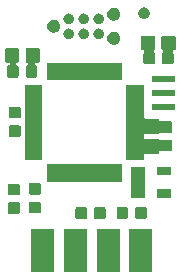
<source format=gts>
G04 #@! TF.GenerationSoftware,KiCad,Pcbnew,(5.1.5)-3*
G04 #@! TF.CreationDate,2020-04-21T17:30:06+02:00*
G04 #@! TF.ProjectId,Wegard_Logger,57656761-7264-45f4-9c6f-676765722e6b,rev?*
G04 #@! TF.SameCoordinates,Original*
G04 #@! TF.FileFunction,Soldermask,Top*
G04 #@! TF.FilePolarity,Negative*
%FSLAX46Y46*%
G04 Gerber Fmt 4.6, Leading zero omitted, Abs format (unit mm)*
G04 Created by KiCad (PCBNEW (5.1.5)-3) date 2020-04-21 17:30:06*
%MOMM*%
%LPD*%
G04 APERTURE LIST*
%ADD10C,0.100000*%
G04 APERTURE END LIST*
D10*
G36*
X153744733Y-117030800D02*
G01*
X151796067Y-117030800D01*
X151796067Y-113448800D01*
X153744733Y-113448800D01*
X153744733Y-117030800D01*
G37*
G36*
X148204733Y-117030800D02*
G01*
X146256067Y-117030800D01*
X146256067Y-113448800D01*
X148204733Y-113448800D01*
X148204733Y-117030800D01*
G37*
G36*
X145434733Y-117030800D02*
G01*
X143486067Y-117030800D01*
X143486067Y-113448800D01*
X145434733Y-113448800D01*
X145434733Y-117030800D01*
G37*
G36*
X150974733Y-117030800D02*
G01*
X149026067Y-117030800D01*
X149026067Y-113448800D01*
X150974733Y-113448800D01*
X150974733Y-117030800D01*
G37*
G36*
X149643391Y-111542885D02*
G01*
X149677369Y-111553193D01*
X149708690Y-111569934D01*
X149736139Y-111592461D01*
X149758666Y-111619910D01*
X149775407Y-111651231D01*
X149785715Y-111685209D01*
X149789800Y-111726690D01*
X149789800Y-112402910D01*
X149785715Y-112444391D01*
X149775407Y-112478369D01*
X149758666Y-112509690D01*
X149736139Y-112537139D01*
X149708690Y-112559666D01*
X149677369Y-112576407D01*
X149643391Y-112586715D01*
X149601910Y-112590800D01*
X149000690Y-112590800D01*
X148959209Y-112586715D01*
X148925231Y-112576407D01*
X148893910Y-112559666D01*
X148866461Y-112537139D01*
X148843934Y-112509690D01*
X148827193Y-112478369D01*
X148816885Y-112444391D01*
X148812800Y-112402910D01*
X148812800Y-111726690D01*
X148816885Y-111685209D01*
X148827193Y-111651231D01*
X148843934Y-111619910D01*
X148866461Y-111592461D01*
X148893910Y-111569934D01*
X148925231Y-111553193D01*
X148959209Y-111542885D01*
X149000690Y-111538800D01*
X149601910Y-111538800D01*
X149643391Y-111542885D01*
G37*
G36*
X148068391Y-111542885D02*
G01*
X148102369Y-111553193D01*
X148133690Y-111569934D01*
X148161139Y-111592461D01*
X148183666Y-111619910D01*
X148200407Y-111651231D01*
X148210715Y-111685209D01*
X148214800Y-111726690D01*
X148214800Y-112402910D01*
X148210715Y-112444391D01*
X148200407Y-112478369D01*
X148183666Y-112509690D01*
X148161139Y-112537139D01*
X148133690Y-112559666D01*
X148102369Y-112576407D01*
X148068391Y-112586715D01*
X148026910Y-112590800D01*
X147425690Y-112590800D01*
X147384209Y-112586715D01*
X147350231Y-112576407D01*
X147318910Y-112559666D01*
X147291461Y-112537139D01*
X147268934Y-112509690D01*
X147252193Y-112478369D01*
X147241885Y-112444391D01*
X147237800Y-112402910D01*
X147237800Y-111726690D01*
X147241885Y-111685209D01*
X147252193Y-111651231D01*
X147268934Y-111619910D01*
X147291461Y-111592461D01*
X147318910Y-111569934D01*
X147350231Y-111553193D01*
X147384209Y-111542885D01*
X147425690Y-111538800D01*
X148026910Y-111538800D01*
X148068391Y-111542885D01*
G37*
G36*
X151548191Y-111517485D02*
G01*
X151582169Y-111527793D01*
X151613490Y-111544534D01*
X151640939Y-111567061D01*
X151663466Y-111594510D01*
X151680207Y-111625831D01*
X151690515Y-111659809D01*
X151694600Y-111701290D01*
X151694600Y-112377510D01*
X151690515Y-112418991D01*
X151680207Y-112452969D01*
X151663466Y-112484290D01*
X151640939Y-112511739D01*
X151613490Y-112534266D01*
X151582169Y-112551007D01*
X151548191Y-112561315D01*
X151506710Y-112565400D01*
X150905490Y-112565400D01*
X150864009Y-112561315D01*
X150830031Y-112551007D01*
X150798710Y-112534266D01*
X150771261Y-112511739D01*
X150748734Y-112484290D01*
X150731993Y-112452969D01*
X150721685Y-112418991D01*
X150717600Y-112377510D01*
X150717600Y-111701290D01*
X150721685Y-111659809D01*
X150731993Y-111625831D01*
X150748734Y-111594510D01*
X150771261Y-111567061D01*
X150798710Y-111544534D01*
X150830031Y-111527793D01*
X150864009Y-111517485D01*
X150905490Y-111513400D01*
X151506710Y-111513400D01*
X151548191Y-111517485D01*
G37*
G36*
X153123191Y-111517485D02*
G01*
X153157169Y-111527793D01*
X153188490Y-111544534D01*
X153215939Y-111567061D01*
X153238466Y-111594510D01*
X153255207Y-111625831D01*
X153265515Y-111659809D01*
X153269600Y-111701290D01*
X153269600Y-112377510D01*
X153265515Y-112418991D01*
X153255207Y-112452969D01*
X153238466Y-112484290D01*
X153215939Y-112511739D01*
X153188490Y-112534266D01*
X153157169Y-112551007D01*
X153123191Y-112561315D01*
X153081710Y-112565400D01*
X152480490Y-112565400D01*
X152439009Y-112561315D01*
X152405031Y-112551007D01*
X152373710Y-112534266D01*
X152346261Y-112511739D01*
X152323734Y-112484290D01*
X152306993Y-112452969D01*
X152296685Y-112418991D01*
X152292600Y-112377510D01*
X152292600Y-111701290D01*
X152296685Y-111659809D01*
X152306993Y-111625831D01*
X152323734Y-111594510D01*
X152346261Y-111567061D01*
X152373710Y-111544534D01*
X152405031Y-111527793D01*
X152439009Y-111517485D01*
X152480490Y-111513400D01*
X153081710Y-111513400D01*
X153123191Y-111517485D01*
G37*
G36*
X142390991Y-111148685D02*
G01*
X142424969Y-111158993D01*
X142456290Y-111175734D01*
X142483739Y-111198261D01*
X142506266Y-111225710D01*
X142523007Y-111257031D01*
X142533315Y-111291009D01*
X142537400Y-111332490D01*
X142537400Y-111933710D01*
X142533315Y-111975191D01*
X142523007Y-112009169D01*
X142506266Y-112040490D01*
X142483739Y-112067939D01*
X142456290Y-112090466D01*
X142424969Y-112107207D01*
X142390991Y-112117515D01*
X142349510Y-112121600D01*
X141673290Y-112121600D01*
X141631809Y-112117515D01*
X141597831Y-112107207D01*
X141566510Y-112090466D01*
X141539061Y-112067939D01*
X141516534Y-112040490D01*
X141499793Y-112009169D01*
X141489485Y-111975191D01*
X141485400Y-111933710D01*
X141485400Y-111332490D01*
X141489485Y-111291009D01*
X141499793Y-111257031D01*
X141516534Y-111225710D01*
X141539061Y-111198261D01*
X141566510Y-111175734D01*
X141597831Y-111158993D01*
X141631809Y-111148685D01*
X141673290Y-111144600D01*
X142349510Y-111144600D01*
X142390991Y-111148685D01*
G37*
G36*
X144168991Y-111097885D02*
G01*
X144202969Y-111108193D01*
X144234290Y-111124934D01*
X144261739Y-111147461D01*
X144284266Y-111174910D01*
X144301007Y-111206231D01*
X144311315Y-111240209D01*
X144315400Y-111281690D01*
X144315400Y-111882910D01*
X144311315Y-111924391D01*
X144301007Y-111958369D01*
X144284266Y-111989690D01*
X144261739Y-112017139D01*
X144234290Y-112039666D01*
X144202969Y-112056407D01*
X144168991Y-112066715D01*
X144127510Y-112070800D01*
X143451290Y-112070800D01*
X143409809Y-112066715D01*
X143375831Y-112056407D01*
X143344510Y-112039666D01*
X143317061Y-112017139D01*
X143294534Y-111989690D01*
X143277793Y-111958369D01*
X143267485Y-111924391D01*
X143263400Y-111882910D01*
X143263400Y-111281690D01*
X143267485Y-111240209D01*
X143277793Y-111206231D01*
X143294534Y-111174910D01*
X143317061Y-111147461D01*
X143344510Y-111124934D01*
X143375831Y-111108193D01*
X143409809Y-111097885D01*
X143451290Y-111093800D01*
X144127510Y-111093800D01*
X144168991Y-111097885D01*
G37*
G36*
X153095121Y-110777141D02*
G01*
X151933121Y-110777141D01*
X151933121Y-108125141D01*
X153095121Y-108125141D01*
X153095121Y-110777141D01*
G37*
G36*
X155295121Y-110777141D02*
G01*
X154133121Y-110777141D01*
X154133121Y-110025141D01*
X155295121Y-110025141D01*
X155295121Y-110777141D01*
G37*
G36*
X142390991Y-109573685D02*
G01*
X142424969Y-109583993D01*
X142456290Y-109600734D01*
X142483739Y-109623261D01*
X142506266Y-109650710D01*
X142523007Y-109682031D01*
X142533315Y-109716009D01*
X142537400Y-109757490D01*
X142537400Y-110358710D01*
X142533315Y-110400191D01*
X142523007Y-110434169D01*
X142506266Y-110465490D01*
X142483739Y-110492939D01*
X142456290Y-110515466D01*
X142424969Y-110532207D01*
X142390991Y-110542515D01*
X142349510Y-110546600D01*
X141673290Y-110546600D01*
X141631809Y-110542515D01*
X141597831Y-110532207D01*
X141566510Y-110515466D01*
X141539061Y-110492939D01*
X141516534Y-110465490D01*
X141499793Y-110434169D01*
X141489485Y-110400191D01*
X141485400Y-110358710D01*
X141485400Y-109757490D01*
X141489485Y-109716009D01*
X141499793Y-109682031D01*
X141516534Y-109650710D01*
X141539061Y-109623261D01*
X141566510Y-109600734D01*
X141597831Y-109583993D01*
X141631809Y-109573685D01*
X141673290Y-109569600D01*
X142349510Y-109569600D01*
X142390991Y-109573685D01*
G37*
G36*
X144168991Y-109522885D02*
G01*
X144202969Y-109533193D01*
X144234290Y-109549934D01*
X144261739Y-109572461D01*
X144284266Y-109599910D01*
X144301007Y-109631231D01*
X144311315Y-109665209D01*
X144315400Y-109706690D01*
X144315400Y-110307910D01*
X144311315Y-110349391D01*
X144301007Y-110383369D01*
X144284266Y-110414690D01*
X144261739Y-110442139D01*
X144234290Y-110464666D01*
X144202969Y-110481407D01*
X144168991Y-110491715D01*
X144127510Y-110495800D01*
X143451290Y-110495800D01*
X143409809Y-110491715D01*
X143375831Y-110481407D01*
X143344510Y-110464666D01*
X143317061Y-110442139D01*
X143294534Y-110414690D01*
X143277793Y-110383369D01*
X143267485Y-110349391D01*
X143263400Y-110307910D01*
X143263400Y-109706690D01*
X143267485Y-109665209D01*
X143277793Y-109631231D01*
X143294534Y-109599910D01*
X143317061Y-109572461D01*
X143344510Y-109549934D01*
X143375831Y-109533193D01*
X143409809Y-109522885D01*
X143451290Y-109518800D01*
X144127510Y-109518800D01*
X144168991Y-109522885D01*
G37*
G36*
X151174100Y-109397800D02*
G01*
X144812100Y-109397800D01*
X144812100Y-107924600D01*
X151174100Y-107924600D01*
X151174100Y-109397800D01*
G37*
G36*
X155295121Y-108877141D02*
G01*
X154133121Y-108877141D01*
X154133121Y-108125141D01*
X155295121Y-108125141D01*
X155295121Y-108877141D01*
G37*
G36*
X144437100Y-107549600D02*
G01*
X142963900Y-107549600D01*
X142963900Y-101187600D01*
X144437100Y-101187600D01*
X144437100Y-107549600D01*
G37*
G36*
X153022300Y-103935801D02*
G01*
X153024702Y-103960187D01*
X153031815Y-103983636D01*
X153043366Y-104005247D01*
X153058911Y-104024189D01*
X153077853Y-104039734D01*
X153099464Y-104051285D01*
X153122913Y-104058398D01*
X153147299Y-104060800D01*
X154309700Y-104060800D01*
X154309700Y-104201301D01*
X154312102Y-104225687D01*
X154319215Y-104249136D01*
X154330766Y-104270747D01*
X154346311Y-104289689D01*
X154365253Y-104305234D01*
X154386864Y-104316785D01*
X154410313Y-104323898D01*
X154434699Y-104326300D01*
X154459085Y-104323898D01*
X154493623Y-104311540D01*
X154513729Y-104300793D01*
X154547709Y-104290485D01*
X154589190Y-104286400D01*
X155265410Y-104286400D01*
X155306891Y-104290485D01*
X155340869Y-104300793D01*
X155372190Y-104317534D01*
X155399639Y-104340061D01*
X155422166Y-104367510D01*
X155438907Y-104398831D01*
X155449215Y-104432809D01*
X155453300Y-104474290D01*
X155453300Y-105075510D01*
X155449215Y-105116991D01*
X155438907Y-105150969D01*
X155422166Y-105182290D01*
X155399639Y-105209739D01*
X155372190Y-105232266D01*
X155340869Y-105249007D01*
X155306891Y-105259315D01*
X155265410Y-105263400D01*
X154589190Y-105263400D01*
X154547709Y-105259315D01*
X154513729Y-105249007D01*
X154493623Y-105238260D01*
X154470984Y-105228882D01*
X154446951Y-105224102D01*
X154422447Y-105224102D01*
X154398414Y-105228882D01*
X154375775Y-105238260D01*
X154355400Y-105251874D01*
X154338073Y-105269201D01*
X154324460Y-105289575D01*
X154315082Y-105312214D01*
X154309700Y-105348499D01*
X154309700Y-105364000D01*
X153147299Y-105364000D01*
X153122913Y-105366402D01*
X153099464Y-105373515D01*
X153077853Y-105385066D01*
X153058911Y-105400611D01*
X153043366Y-105419553D01*
X153031815Y-105441164D01*
X153024702Y-105464613D01*
X153022300Y-105488999D01*
X153022300Y-105635801D01*
X153024702Y-105660187D01*
X153031815Y-105683636D01*
X153043366Y-105705247D01*
X153058911Y-105724189D01*
X153077853Y-105739734D01*
X153099464Y-105751285D01*
X153122913Y-105758398D01*
X153147299Y-105760800D01*
X154309700Y-105760800D01*
X154309700Y-105776301D01*
X154312102Y-105800687D01*
X154319215Y-105824136D01*
X154330766Y-105845747D01*
X154346311Y-105864689D01*
X154365253Y-105880234D01*
X154386864Y-105891785D01*
X154410313Y-105898898D01*
X154434699Y-105901300D01*
X154459085Y-105898898D01*
X154493623Y-105886540D01*
X154513729Y-105875793D01*
X154547709Y-105865485D01*
X154589190Y-105861400D01*
X155265410Y-105861400D01*
X155306891Y-105865485D01*
X155340869Y-105875793D01*
X155372190Y-105892534D01*
X155399639Y-105915061D01*
X155422166Y-105942510D01*
X155438907Y-105973831D01*
X155449215Y-106007809D01*
X155453300Y-106049290D01*
X155453300Y-106650510D01*
X155449215Y-106691991D01*
X155438907Y-106725969D01*
X155422166Y-106757290D01*
X155399639Y-106784739D01*
X155372190Y-106807266D01*
X155340869Y-106824007D01*
X155306891Y-106834315D01*
X155265410Y-106838400D01*
X154589190Y-106838400D01*
X154547709Y-106834315D01*
X154513729Y-106824007D01*
X154493623Y-106813260D01*
X154470984Y-106803882D01*
X154446951Y-106799102D01*
X154422447Y-106799102D01*
X154398414Y-106803882D01*
X154375775Y-106813260D01*
X154355400Y-106826874D01*
X154338073Y-106844201D01*
X154324460Y-106864575D01*
X154315082Y-106887214D01*
X154309700Y-106923499D01*
X154309700Y-107064000D01*
X153147299Y-107064000D01*
X153122913Y-107066402D01*
X153099464Y-107073515D01*
X153077853Y-107085066D01*
X153058911Y-107100611D01*
X153043366Y-107119553D01*
X153031815Y-107141164D01*
X153024702Y-107164613D01*
X153022300Y-107188999D01*
X153022300Y-107549600D01*
X151549100Y-107549600D01*
X151549100Y-101187600D01*
X153022300Y-101187600D01*
X153022300Y-103935801D01*
G37*
G36*
X142492591Y-104646285D02*
G01*
X142526569Y-104656593D01*
X142557890Y-104673334D01*
X142585339Y-104695861D01*
X142607866Y-104723310D01*
X142624607Y-104754631D01*
X142634915Y-104788609D01*
X142639000Y-104830090D01*
X142639000Y-105431310D01*
X142634915Y-105472791D01*
X142624607Y-105506769D01*
X142607866Y-105538090D01*
X142585339Y-105565539D01*
X142557890Y-105588066D01*
X142526569Y-105604807D01*
X142492591Y-105615115D01*
X142451110Y-105619200D01*
X141774890Y-105619200D01*
X141733409Y-105615115D01*
X141699431Y-105604807D01*
X141668110Y-105588066D01*
X141640661Y-105565539D01*
X141618134Y-105538090D01*
X141601393Y-105506769D01*
X141591085Y-105472791D01*
X141587000Y-105431310D01*
X141587000Y-104830090D01*
X141591085Y-104788609D01*
X141601393Y-104754631D01*
X141618134Y-104723310D01*
X141640661Y-104695861D01*
X141668110Y-104673334D01*
X141699431Y-104656593D01*
X141733409Y-104646285D01*
X141774890Y-104642200D01*
X142451110Y-104642200D01*
X142492591Y-104646285D01*
G37*
G36*
X142492591Y-103071285D02*
G01*
X142526569Y-103081593D01*
X142557890Y-103098334D01*
X142585339Y-103120861D01*
X142607866Y-103148310D01*
X142624607Y-103179631D01*
X142634915Y-103213609D01*
X142639000Y-103255090D01*
X142639000Y-103856310D01*
X142634915Y-103897791D01*
X142624607Y-103931769D01*
X142607866Y-103963090D01*
X142585339Y-103990539D01*
X142557890Y-104013066D01*
X142526569Y-104029807D01*
X142492591Y-104040115D01*
X142451110Y-104044200D01*
X141774890Y-104044200D01*
X141733409Y-104040115D01*
X141699431Y-104029807D01*
X141668110Y-104013066D01*
X141640661Y-103990539D01*
X141618134Y-103963090D01*
X141601393Y-103931769D01*
X141591085Y-103897791D01*
X141587000Y-103856310D01*
X141587000Y-103255090D01*
X141591085Y-103213609D01*
X141601393Y-103179631D01*
X141618134Y-103148310D01*
X141640661Y-103120861D01*
X141668110Y-103098334D01*
X141699431Y-103081593D01*
X141733409Y-103071285D01*
X141774890Y-103067200D01*
X142451110Y-103067200D01*
X142492591Y-103071285D01*
G37*
G36*
X155687000Y-103355800D02*
G01*
X153685000Y-103355800D01*
X153685000Y-102853800D01*
X155687000Y-102853800D01*
X155687000Y-103355800D01*
G37*
G36*
X155687000Y-102155800D02*
G01*
X153685000Y-102155800D01*
X153685000Y-101653800D01*
X155687000Y-101653800D01*
X155687000Y-102155800D01*
G37*
G36*
X155687000Y-100955800D02*
G01*
X153685000Y-100955800D01*
X153685000Y-100453800D01*
X155687000Y-100453800D01*
X155687000Y-100955800D01*
G37*
G36*
X151174100Y-100812600D02*
G01*
X144812100Y-100812600D01*
X144812100Y-99339400D01*
X151174100Y-99339400D01*
X151174100Y-100812600D01*
G37*
G36*
X142392557Y-98115339D02*
G01*
X142409889Y-98120597D01*
X142425857Y-98129132D01*
X142439857Y-98140621D01*
X142451346Y-98154621D01*
X142459881Y-98170589D01*
X142465139Y-98187921D01*
X142467518Y-98212078D01*
X142467518Y-99217042D01*
X142465139Y-99241199D01*
X142459881Y-99258531D01*
X142451346Y-99274499D01*
X142439857Y-99288499D01*
X142425857Y-99299988D01*
X142409889Y-99308523D01*
X142392557Y-99313781D01*
X142368400Y-99316160D01*
X142329703Y-99316160D01*
X142305317Y-99318562D01*
X142281868Y-99325675D01*
X142260257Y-99337226D01*
X142241315Y-99352771D01*
X142225770Y-99371713D01*
X142214219Y-99393324D01*
X142207106Y-99416773D01*
X142204704Y-99441159D01*
X142207106Y-99465545D01*
X142214219Y-99488994D01*
X142225770Y-99510605D01*
X142241315Y-99529547D01*
X142260257Y-99545092D01*
X142293417Y-99560775D01*
X142313709Y-99566930D01*
X142345030Y-99583672D01*
X142372479Y-99606199D01*
X142395006Y-99633648D01*
X142411747Y-99664969D01*
X142422055Y-99698947D01*
X142426140Y-99740428D01*
X142426140Y-100416648D01*
X142422055Y-100458129D01*
X142411747Y-100492107D01*
X142395006Y-100523428D01*
X142372479Y-100550877D01*
X142345030Y-100573404D01*
X142313709Y-100590145D01*
X142279731Y-100600453D01*
X142238250Y-100604538D01*
X141637030Y-100604538D01*
X141595549Y-100600453D01*
X141561571Y-100590145D01*
X141530250Y-100573404D01*
X141502801Y-100550877D01*
X141480274Y-100523428D01*
X141463533Y-100492107D01*
X141453225Y-100458129D01*
X141449140Y-100416648D01*
X141449140Y-99740428D01*
X141453225Y-99698947D01*
X141463533Y-99664969D01*
X141480274Y-99633648D01*
X141502801Y-99606199D01*
X141530250Y-99583672D01*
X141561571Y-99566930D01*
X141581863Y-99560775D01*
X141604502Y-99551398D01*
X141624876Y-99537784D01*
X141642203Y-99520457D01*
X141655817Y-99500083D01*
X141665194Y-99477444D01*
X141669974Y-99453410D01*
X141669974Y-99428906D01*
X141665193Y-99404873D01*
X141655816Y-99382234D01*
X141642202Y-99361860D01*
X141624875Y-99344533D01*
X141604501Y-99330919D01*
X141581862Y-99321542D01*
X141545577Y-99316160D01*
X141363436Y-99316160D01*
X141339279Y-99313781D01*
X141321947Y-99308523D01*
X141305979Y-99299988D01*
X141291979Y-99288499D01*
X141280490Y-99274499D01*
X141271955Y-99258531D01*
X141266697Y-99241199D01*
X141264318Y-99217042D01*
X141264318Y-98212078D01*
X141266697Y-98187921D01*
X141271955Y-98170589D01*
X141280490Y-98154621D01*
X141291979Y-98140621D01*
X141305979Y-98129132D01*
X141321947Y-98120597D01*
X141339279Y-98115339D01*
X141363436Y-98112960D01*
X142368400Y-98112960D01*
X142392557Y-98115339D01*
G37*
G36*
X144146557Y-98115339D02*
G01*
X144163889Y-98120597D01*
X144179857Y-98129132D01*
X144193857Y-98140621D01*
X144205346Y-98154621D01*
X144213881Y-98170589D01*
X144219139Y-98187921D01*
X144221518Y-98212078D01*
X144221518Y-99217042D01*
X144219139Y-99241199D01*
X144213881Y-99258531D01*
X144205346Y-99274499D01*
X144193857Y-99288499D01*
X144179857Y-99299988D01*
X144163889Y-99308523D01*
X144146557Y-99313781D01*
X144122400Y-99316160D01*
X143904703Y-99316160D01*
X143880317Y-99318562D01*
X143856868Y-99325675D01*
X143835257Y-99337226D01*
X143816315Y-99352771D01*
X143800770Y-99371713D01*
X143789219Y-99393324D01*
X143782106Y-99416773D01*
X143779704Y-99441159D01*
X143782106Y-99465545D01*
X143789219Y-99488994D01*
X143800770Y-99510605D01*
X143816315Y-99529547D01*
X143835257Y-99545092D01*
X143868417Y-99560775D01*
X143888709Y-99566930D01*
X143920030Y-99583672D01*
X143947479Y-99606199D01*
X143970006Y-99633648D01*
X143986747Y-99664969D01*
X143997055Y-99698947D01*
X144001140Y-99740428D01*
X144001140Y-100416648D01*
X143997055Y-100458129D01*
X143986747Y-100492107D01*
X143970006Y-100523428D01*
X143947479Y-100550877D01*
X143920030Y-100573404D01*
X143888709Y-100590145D01*
X143854731Y-100600453D01*
X143813250Y-100604538D01*
X143212030Y-100604538D01*
X143170549Y-100600453D01*
X143136571Y-100590145D01*
X143105250Y-100573404D01*
X143077801Y-100550877D01*
X143055274Y-100523428D01*
X143038533Y-100492107D01*
X143028225Y-100458129D01*
X143024140Y-100416648D01*
X143024140Y-99740428D01*
X143028225Y-99698947D01*
X143038533Y-99664969D01*
X143055274Y-99633648D01*
X143077801Y-99606199D01*
X143105250Y-99583672D01*
X143136571Y-99566930D01*
X143156863Y-99560775D01*
X143179502Y-99551398D01*
X143199876Y-99537784D01*
X143217203Y-99520457D01*
X143230817Y-99500083D01*
X143240194Y-99477444D01*
X143244974Y-99453410D01*
X143244974Y-99428906D01*
X143240193Y-99404873D01*
X143230816Y-99382234D01*
X143217202Y-99361860D01*
X143199875Y-99344533D01*
X143179501Y-99330919D01*
X143156862Y-99321542D01*
X143120577Y-99316160D01*
X143117436Y-99316160D01*
X143093279Y-99313781D01*
X143075947Y-99308523D01*
X143059979Y-99299988D01*
X143045979Y-99288499D01*
X143034490Y-99274499D01*
X143025955Y-99258531D01*
X143020697Y-99241199D01*
X143018318Y-99217042D01*
X143018318Y-98212078D01*
X143020697Y-98187921D01*
X143025955Y-98170589D01*
X143034490Y-98154621D01*
X143045979Y-98140621D01*
X143059979Y-98129132D01*
X143075947Y-98120597D01*
X143093279Y-98115339D01*
X143117436Y-98112960D01*
X144122400Y-98112960D01*
X144146557Y-98115339D01*
G37*
G36*
X153891135Y-97063779D02*
G01*
X153908467Y-97069037D01*
X153924435Y-97077572D01*
X153938435Y-97089061D01*
X153949924Y-97103061D01*
X153958459Y-97119029D01*
X153963717Y-97136361D01*
X153966096Y-97160518D01*
X153966096Y-98165482D01*
X153963717Y-98189639D01*
X153958459Y-98206971D01*
X153949924Y-98222939D01*
X153938435Y-98236939D01*
X153924436Y-98248428D01*
X153913849Y-98254086D01*
X153893474Y-98267699D01*
X153876147Y-98285026D01*
X153862532Y-98305400D01*
X153853154Y-98328039D01*
X153848373Y-98352072D01*
X153848373Y-98376576D01*
X153853152Y-98400609D01*
X153862529Y-98423248D01*
X153876142Y-98443623D01*
X153893471Y-98460952D01*
X153911695Y-98475908D01*
X153934222Y-98503357D01*
X153950963Y-98534678D01*
X153961271Y-98568656D01*
X153965356Y-98610137D01*
X153965356Y-99286357D01*
X153961271Y-99327838D01*
X153950963Y-99361816D01*
X153934222Y-99393137D01*
X153911695Y-99420586D01*
X153884246Y-99443113D01*
X153852925Y-99459854D01*
X153818947Y-99470162D01*
X153777466Y-99474247D01*
X153176246Y-99474247D01*
X153134765Y-99470162D01*
X153100787Y-99459854D01*
X153069466Y-99443113D01*
X153042017Y-99420586D01*
X153019490Y-99393137D01*
X153002749Y-99361816D01*
X152992441Y-99327838D01*
X152988356Y-99286357D01*
X152988356Y-98610137D01*
X152992441Y-98568656D01*
X153002749Y-98534678D01*
X153019489Y-98503360D01*
X153047771Y-98468898D01*
X153061384Y-98448523D01*
X153070762Y-98425884D01*
X153075542Y-98401851D01*
X153075542Y-98377347D01*
X153070762Y-98353314D01*
X153061384Y-98330675D01*
X153047771Y-98310300D01*
X153030444Y-98292973D01*
X153010069Y-98279360D01*
X152987430Y-98269982D01*
X152963397Y-98265202D01*
X152951145Y-98264600D01*
X152862014Y-98264600D01*
X152837857Y-98262221D01*
X152820525Y-98256963D01*
X152804557Y-98248428D01*
X152790557Y-98236939D01*
X152779068Y-98222939D01*
X152770533Y-98206971D01*
X152765275Y-98189639D01*
X152762896Y-98165482D01*
X152762896Y-97160518D01*
X152765275Y-97136361D01*
X152770533Y-97119029D01*
X152779068Y-97103061D01*
X152790557Y-97089061D01*
X152804557Y-97077572D01*
X152820525Y-97069037D01*
X152837857Y-97063779D01*
X152862014Y-97061400D01*
X153866978Y-97061400D01*
X153891135Y-97063779D01*
G37*
G36*
X155645135Y-97063779D02*
G01*
X155662467Y-97069037D01*
X155678435Y-97077572D01*
X155692435Y-97089061D01*
X155703924Y-97103061D01*
X155712459Y-97119029D01*
X155717717Y-97136361D01*
X155720096Y-97160518D01*
X155720096Y-98165482D01*
X155717717Y-98189639D01*
X155712459Y-98206971D01*
X155703924Y-98222939D01*
X155692435Y-98236939D01*
X155678435Y-98248428D01*
X155662467Y-98256963D01*
X155645135Y-98262221D01*
X155620978Y-98264600D01*
X155577567Y-98264600D01*
X155553181Y-98267002D01*
X155529732Y-98274115D01*
X155508121Y-98285666D01*
X155489179Y-98301211D01*
X155473634Y-98320153D01*
X155462083Y-98341764D01*
X155454970Y-98365213D01*
X155452568Y-98389599D01*
X155454970Y-98413985D01*
X155462083Y-98437434D01*
X155473634Y-98459045D01*
X155480941Y-98468898D01*
X155509223Y-98503360D01*
X155525963Y-98534678D01*
X155536271Y-98568656D01*
X155540356Y-98610137D01*
X155540356Y-99286357D01*
X155536271Y-99327838D01*
X155525963Y-99361816D01*
X155509222Y-99393137D01*
X155486695Y-99420586D01*
X155459246Y-99443113D01*
X155427925Y-99459854D01*
X155393947Y-99470162D01*
X155352466Y-99474247D01*
X154751246Y-99474247D01*
X154709765Y-99470162D01*
X154675787Y-99459854D01*
X154644466Y-99443113D01*
X154617017Y-99420586D01*
X154594490Y-99393137D01*
X154577749Y-99361816D01*
X154567441Y-99327838D01*
X154563356Y-99286357D01*
X154563356Y-98610137D01*
X154567441Y-98568656D01*
X154577749Y-98534678D01*
X154594490Y-98503357D01*
X154617016Y-98475909D01*
X154619562Y-98473820D01*
X154636889Y-98456493D01*
X154650503Y-98436118D01*
X154659881Y-98413479D01*
X154664661Y-98389446D01*
X154664661Y-98364942D01*
X154659881Y-98340909D01*
X154650503Y-98318270D01*
X154636890Y-98297896D01*
X154619563Y-98280569D01*
X154599188Y-98266955D01*
X154576552Y-98257578D01*
X154574525Y-98256963D01*
X154558557Y-98248428D01*
X154544557Y-98236939D01*
X154533068Y-98222939D01*
X154524533Y-98206971D01*
X154519275Y-98189639D01*
X154516896Y-98165482D01*
X154516896Y-97160518D01*
X154519275Y-97136361D01*
X154524533Y-97119029D01*
X154533068Y-97103061D01*
X154544557Y-97089061D01*
X154558557Y-97077572D01*
X154574525Y-97069037D01*
X154591857Y-97063779D01*
X154616014Y-97061400D01*
X155620978Y-97061400D01*
X155645135Y-97063779D01*
G37*
G36*
X150576178Y-96720797D02*
G01*
X150628950Y-96731294D01*
X150728370Y-96772475D01*
X150817846Y-96832261D01*
X150893939Y-96908354D01*
X150953725Y-96997830D01*
X150994906Y-97097250D01*
X151015900Y-97202794D01*
X151015900Y-97310406D01*
X150994906Y-97415950D01*
X150953725Y-97515370D01*
X150893939Y-97604846D01*
X150817846Y-97680939D01*
X150728370Y-97740725D01*
X150628950Y-97781906D01*
X150576178Y-97792403D01*
X150523407Y-97802900D01*
X150415793Y-97802900D01*
X150363022Y-97792403D01*
X150310250Y-97781906D01*
X150210830Y-97740725D01*
X150121354Y-97680939D01*
X150045261Y-97604846D01*
X149985475Y-97515370D01*
X149944294Y-97415950D01*
X149923300Y-97310406D01*
X149923300Y-97202794D01*
X149944294Y-97097250D01*
X149985475Y-96997830D01*
X150045261Y-96908354D01*
X150121354Y-96832261D01*
X150210830Y-96772475D01*
X150310250Y-96731294D01*
X150363022Y-96720797D01*
X150415793Y-96710300D01*
X150523407Y-96710300D01*
X150576178Y-96720797D01*
G37*
G36*
X146789314Y-96447989D02*
G01*
X146870245Y-96481512D01*
X146943080Y-96530179D01*
X147005021Y-96592120D01*
X147053688Y-96664955D01*
X147087211Y-96745886D01*
X147104300Y-96831801D01*
X147104300Y-96919399D01*
X147087211Y-97005314D01*
X147053688Y-97086245D01*
X147005021Y-97159080D01*
X146943080Y-97221021D01*
X146870245Y-97269688D01*
X146870244Y-97269689D01*
X146870243Y-97269689D01*
X146789314Y-97303211D01*
X146703401Y-97320300D01*
X146615799Y-97320300D01*
X146529886Y-97303211D01*
X146448957Y-97269689D01*
X146448956Y-97269689D01*
X146448955Y-97269688D01*
X146376120Y-97221021D01*
X146314179Y-97159080D01*
X146265512Y-97086245D01*
X146231989Y-97005314D01*
X146214900Y-96919399D01*
X146214900Y-96831801D01*
X146231989Y-96745886D01*
X146265512Y-96664955D01*
X146314179Y-96592120D01*
X146376120Y-96530179D01*
X146448955Y-96481512D01*
X146529886Y-96447989D01*
X146615799Y-96430900D01*
X146703401Y-96430900D01*
X146789314Y-96447989D01*
G37*
G36*
X149329314Y-96447989D02*
G01*
X149410245Y-96481512D01*
X149483080Y-96530179D01*
X149545021Y-96592120D01*
X149593688Y-96664955D01*
X149627211Y-96745886D01*
X149644300Y-96831801D01*
X149644300Y-96919399D01*
X149627211Y-97005314D01*
X149593688Y-97086245D01*
X149545021Y-97159080D01*
X149483080Y-97221021D01*
X149410245Y-97269688D01*
X149410244Y-97269689D01*
X149410243Y-97269689D01*
X149329314Y-97303211D01*
X149243401Y-97320300D01*
X149155799Y-97320300D01*
X149069886Y-97303211D01*
X148988957Y-97269689D01*
X148988956Y-97269689D01*
X148988955Y-97269688D01*
X148916120Y-97221021D01*
X148854179Y-97159080D01*
X148805512Y-97086245D01*
X148771989Y-97005314D01*
X148754900Y-96919399D01*
X148754900Y-96831801D01*
X148771989Y-96745886D01*
X148805512Y-96664955D01*
X148854179Y-96592120D01*
X148916120Y-96530179D01*
X148988955Y-96481512D01*
X149069886Y-96447989D01*
X149155799Y-96430900D01*
X149243401Y-96430900D01*
X149329314Y-96447989D01*
G37*
G36*
X148059314Y-96447989D02*
G01*
X148140245Y-96481512D01*
X148213080Y-96530179D01*
X148275021Y-96592120D01*
X148323688Y-96664955D01*
X148357211Y-96745886D01*
X148374300Y-96831801D01*
X148374300Y-96919399D01*
X148357211Y-97005314D01*
X148323688Y-97086245D01*
X148275021Y-97159080D01*
X148213080Y-97221021D01*
X148140245Y-97269688D01*
X148140244Y-97269689D01*
X148140243Y-97269689D01*
X148059314Y-97303211D01*
X147973401Y-97320300D01*
X147885799Y-97320300D01*
X147799886Y-97303211D01*
X147718957Y-97269689D01*
X147718956Y-97269689D01*
X147718955Y-97269688D01*
X147646120Y-97221021D01*
X147584179Y-97159080D01*
X147535512Y-97086245D01*
X147501989Y-97005314D01*
X147484900Y-96919399D01*
X147484900Y-96831801D01*
X147501989Y-96745886D01*
X147535512Y-96664955D01*
X147584179Y-96592120D01*
X147646120Y-96530179D01*
X147718955Y-96481512D01*
X147799886Y-96447989D01*
X147885799Y-96430900D01*
X147973401Y-96430900D01*
X148059314Y-96447989D01*
G37*
G36*
X145496178Y-95704797D02*
G01*
X145548950Y-95715294D01*
X145648370Y-95756475D01*
X145737846Y-95816261D01*
X145813939Y-95892354D01*
X145873725Y-95981830D01*
X145914906Y-96081250D01*
X145935900Y-96186794D01*
X145935900Y-96294406D01*
X145914906Y-96399950D01*
X145873725Y-96499370D01*
X145813939Y-96588846D01*
X145737846Y-96664939D01*
X145648370Y-96724725D01*
X145548950Y-96765906D01*
X145515925Y-96772475D01*
X145443407Y-96786900D01*
X145335793Y-96786900D01*
X145263275Y-96772475D01*
X145230250Y-96765906D01*
X145130830Y-96724725D01*
X145041354Y-96664939D01*
X144965261Y-96588846D01*
X144905475Y-96499370D01*
X144864294Y-96399950D01*
X144843300Y-96294406D01*
X144843300Y-96186794D01*
X144864294Y-96081250D01*
X144905475Y-95981830D01*
X144965261Y-95892354D01*
X145041354Y-95816261D01*
X145130830Y-95756475D01*
X145230250Y-95715294D01*
X145283022Y-95704797D01*
X145335793Y-95694300D01*
X145443407Y-95694300D01*
X145496178Y-95704797D01*
G37*
G36*
X149329314Y-95177989D02*
G01*
X149410245Y-95211512D01*
X149483080Y-95260179D01*
X149545021Y-95322120D01*
X149591125Y-95391119D01*
X149593689Y-95394957D01*
X149627211Y-95475886D01*
X149636835Y-95524268D01*
X149644300Y-95561801D01*
X149644300Y-95649399D01*
X149627211Y-95735314D01*
X149593688Y-95816245D01*
X149545021Y-95889080D01*
X149483080Y-95951021D01*
X149410245Y-95999688D01*
X149410244Y-95999689D01*
X149410243Y-95999689D01*
X149329314Y-96033211D01*
X149243401Y-96050300D01*
X149155799Y-96050300D01*
X149069886Y-96033211D01*
X148988957Y-95999689D01*
X148988956Y-95999689D01*
X148988955Y-95999688D01*
X148916120Y-95951021D01*
X148854179Y-95889080D01*
X148805512Y-95816245D01*
X148771989Y-95735314D01*
X148754900Y-95649399D01*
X148754900Y-95561801D01*
X148762366Y-95524268D01*
X148771989Y-95475886D01*
X148805511Y-95394957D01*
X148808075Y-95391119D01*
X148854179Y-95322120D01*
X148916120Y-95260179D01*
X148988955Y-95211512D01*
X149069886Y-95177989D01*
X149155799Y-95160900D01*
X149243401Y-95160900D01*
X149329314Y-95177989D01*
G37*
G36*
X148059314Y-95177989D02*
G01*
X148140245Y-95211512D01*
X148213080Y-95260179D01*
X148275021Y-95322120D01*
X148321125Y-95391119D01*
X148323689Y-95394957D01*
X148357211Y-95475886D01*
X148366835Y-95524268D01*
X148374300Y-95561801D01*
X148374300Y-95649399D01*
X148357211Y-95735314D01*
X148323688Y-95816245D01*
X148275021Y-95889080D01*
X148213080Y-95951021D01*
X148140245Y-95999688D01*
X148140244Y-95999689D01*
X148140243Y-95999689D01*
X148059314Y-96033211D01*
X147973401Y-96050300D01*
X147885799Y-96050300D01*
X147799886Y-96033211D01*
X147718957Y-95999689D01*
X147718956Y-95999689D01*
X147718955Y-95999688D01*
X147646120Y-95951021D01*
X147584179Y-95889080D01*
X147535512Y-95816245D01*
X147501989Y-95735314D01*
X147484900Y-95649399D01*
X147484900Y-95561801D01*
X147492366Y-95524268D01*
X147501989Y-95475886D01*
X147535511Y-95394957D01*
X147538075Y-95391119D01*
X147584179Y-95322120D01*
X147646120Y-95260179D01*
X147718955Y-95211512D01*
X147799886Y-95177989D01*
X147885799Y-95160900D01*
X147973401Y-95160900D01*
X148059314Y-95177989D01*
G37*
G36*
X146789314Y-95177989D02*
G01*
X146870245Y-95211512D01*
X146943080Y-95260179D01*
X147005021Y-95322120D01*
X147051125Y-95391119D01*
X147053689Y-95394957D01*
X147087211Y-95475886D01*
X147096835Y-95524268D01*
X147104300Y-95561801D01*
X147104300Y-95649399D01*
X147087211Y-95735314D01*
X147053688Y-95816245D01*
X147005021Y-95889080D01*
X146943080Y-95951021D01*
X146870245Y-95999688D01*
X146870244Y-95999689D01*
X146870243Y-95999689D01*
X146789314Y-96033211D01*
X146703401Y-96050300D01*
X146615799Y-96050300D01*
X146529886Y-96033211D01*
X146448957Y-95999689D01*
X146448956Y-95999689D01*
X146448955Y-95999688D01*
X146376120Y-95951021D01*
X146314179Y-95889080D01*
X146265512Y-95816245D01*
X146231989Y-95735314D01*
X146214900Y-95649399D01*
X146214900Y-95561801D01*
X146222366Y-95524268D01*
X146231989Y-95475886D01*
X146265511Y-95394957D01*
X146268075Y-95391119D01*
X146314179Y-95322120D01*
X146376120Y-95260179D01*
X146448955Y-95211512D01*
X146529886Y-95177989D01*
X146615799Y-95160900D01*
X146703401Y-95160900D01*
X146789314Y-95177989D01*
G37*
G36*
X150576178Y-94688797D02*
G01*
X150628950Y-94699294D01*
X150728370Y-94740475D01*
X150817846Y-94800261D01*
X150893939Y-94876354D01*
X150953725Y-94965830D01*
X150994906Y-95065250D01*
X151015900Y-95170794D01*
X151015900Y-95278406D01*
X150994906Y-95383950D01*
X150953725Y-95483370D01*
X150893939Y-95572846D01*
X150817846Y-95648939D01*
X150728370Y-95708725D01*
X150628950Y-95749906D01*
X150595925Y-95756475D01*
X150523407Y-95770900D01*
X150415793Y-95770900D01*
X150343275Y-95756475D01*
X150310250Y-95749906D01*
X150210830Y-95708725D01*
X150121354Y-95648939D01*
X150045261Y-95572846D01*
X149985475Y-95483370D01*
X149944294Y-95383950D01*
X149923300Y-95278406D01*
X149923300Y-95170794D01*
X149944294Y-95065250D01*
X149985475Y-94965830D01*
X150045261Y-94876354D01*
X150121354Y-94800261D01*
X150210830Y-94740475D01*
X150310250Y-94699294D01*
X150363022Y-94688797D01*
X150415793Y-94678300D01*
X150523407Y-94678300D01*
X150576178Y-94688797D01*
G37*
G36*
X153129152Y-94649672D02*
G01*
X153219684Y-94677135D01*
X153303119Y-94721732D01*
X153376251Y-94781749D01*
X153436268Y-94854881D01*
X153480865Y-94938316D01*
X153508328Y-95028848D01*
X153517601Y-95122999D01*
X153517601Y-95123001D01*
X153508328Y-95217152D01*
X153480865Y-95307684D01*
X153436268Y-95391119D01*
X153376251Y-95464251D01*
X153303119Y-95524268D01*
X153219684Y-95568865D01*
X153129152Y-95596328D01*
X153035001Y-95605601D01*
X153034999Y-95605601D01*
X152940848Y-95596328D01*
X152850316Y-95568865D01*
X152766881Y-95524268D01*
X152693749Y-95464251D01*
X152633732Y-95391119D01*
X152589135Y-95307684D01*
X152561672Y-95217152D01*
X152552399Y-95123001D01*
X152552399Y-95122999D01*
X152561672Y-95028848D01*
X152589135Y-94938316D01*
X152633732Y-94854881D01*
X152693749Y-94781749D01*
X152766881Y-94721732D01*
X152850316Y-94677135D01*
X152940848Y-94649672D01*
X153034999Y-94640399D01*
X153035001Y-94640399D01*
X153129152Y-94649672D01*
G37*
M02*

</source>
